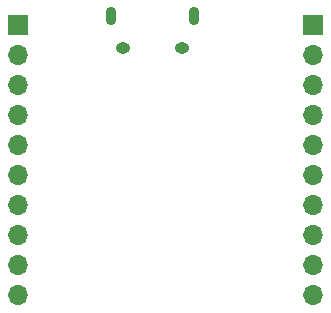
<source format=gbs>
%TF.GenerationSoftware,KiCad,Pcbnew,(6.0.9)*%
%TF.CreationDate,2022-11-19T16:26:51-05:00*%
%TF.ProjectId,EFR32MG22_module,45465233-324d-4473-9232-5f6d6f64756c,rev?*%
%TF.SameCoordinates,Original*%
%TF.FileFunction,Soldermask,Bot*%
%TF.FilePolarity,Negative*%
%FSLAX46Y46*%
G04 Gerber Fmt 4.6, Leading zero omitted, Abs format (unit mm)*
G04 Created by KiCad (PCBNEW (6.0.9)) date 2022-11-19 16:26:51*
%MOMM*%
%LPD*%
G01*
G04 APERTURE LIST*
%ADD10R,1.700000X1.700000*%
%ADD11O,1.700000X1.700000*%
%ADD12O,1.250000X0.950000*%
%ADD13O,0.890000X1.550000*%
G04 APERTURE END LIST*
D10*
%TO.C,J4*%
X242540000Y-84110000D03*
D11*
X242540000Y-86650000D03*
X242540000Y-89190000D03*
X242540000Y-91730000D03*
X242540000Y-94270000D03*
X242540000Y-96810000D03*
X242540000Y-99350000D03*
X242540000Y-101890000D03*
X242540000Y-104430000D03*
X242540000Y-106970000D03*
%TD*%
D10*
%TO.C,J2*%
X217540000Y-84110000D03*
D11*
X217540000Y-86650000D03*
X217540000Y-89190000D03*
X217540000Y-91730000D03*
X217540000Y-94270000D03*
X217540000Y-96810000D03*
X217540000Y-99350000D03*
X217540000Y-101890000D03*
X217540000Y-104430000D03*
X217540000Y-106970000D03*
%TD*%
D12*
%TO.C,J1*%
X231425000Y-86010000D03*
X226425000Y-86010000D03*
D13*
X225425000Y-83310000D03*
X232425000Y-83310000D03*
%TD*%
M02*

</source>
